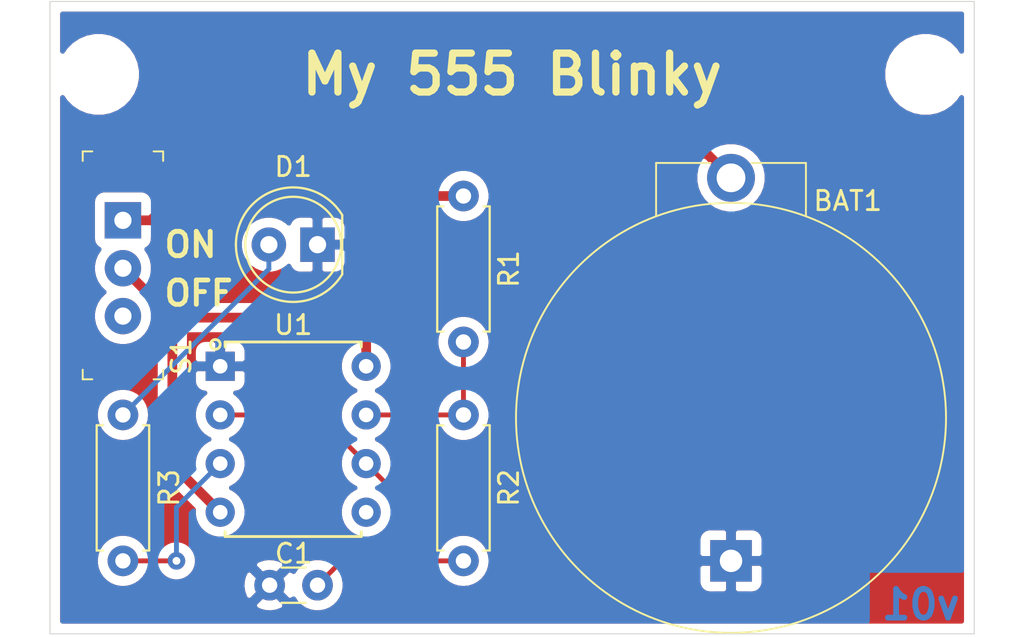
<source format=kicad_pcb>
(kicad_pcb (version 20171130) (host pcbnew "(5.1.0)-1")

  (general
    (thickness 1.6)
    (drawings 12)
    (tracks 29)
    (zones 0)
    (modules 10)
    (nets 10)
  )

  (page A4)
  (layers
    (0 F.Cu signal)
    (31 B.Cu signal)
    (32 B.Adhes user)
    (33 F.Adhes user)
    (34 B.Paste user)
    (35 F.Paste user)
    (36 B.SilkS user)
    (37 F.SilkS user)
    (38 B.Mask user)
    (39 F.Mask user)
    (40 Dwgs.User user)
    (41 Cmts.User user)
    (42 Eco1.User user)
    (43 Eco2.User user)
    (44 Edge.Cuts user)
    (45 Margin user)
    (46 B.CrtYd user)
    (47 F.CrtYd user)
    (48 B.Fab user)
    (49 F.Fab user)
  )

  (setup
    (last_trace_width 0.254)
    (user_trace_width 0.508)
    (trace_clearance 0.254)
    (zone_clearance 0.508)
    (zone_45_only no)
    (trace_min 0.1524)
    (via_size 0.9144)
    (via_drill 0.4064)
    (via_min_size 0.508)
    (via_min_drill 0.254)
    (uvia_size 0.9144)
    (uvia_drill 0.4064)
    (uvias_allowed no)
    (uvia_min_size 0.508)
    (uvia_min_drill 0.254)
    (edge_width 0.05)
    (segment_width 0.2)
    (pcb_text_width 0.3)
    (pcb_text_size 1.5 1.5)
    (mod_edge_width 0.12)
    (mod_text_size 1 1)
    (mod_text_width 0.15)
    (pad_size 1.524 1.524)
    (pad_drill 0.762)
    (pad_to_mask_clearance 0.051)
    (solder_mask_min_width 0.25)
    (aux_axis_origin 0 0)
    (visible_elements FFFFFF7F)
    (pcbplotparams
      (layerselection 0x010fc_ffffffff)
      (usegerberextensions false)
      (usegerberattributes false)
      (usegerberadvancedattributes false)
      (creategerberjobfile false)
      (excludeedgelayer true)
      (linewidth 0.100000)
      (plotframeref false)
      (viasonmask false)
      (mode 1)
      (useauxorigin false)
      (hpglpennumber 1)
      (hpglpenspeed 20)
      (hpglpendiameter 15.000000)
      (psnegative false)
      (psa4output false)
      (plotreference true)
      (plotvalue true)
      (plotinvisibletext false)
      (padsonsilk false)
      (subtractmaskfromsilk false)
      (outputformat 1)
      (mirror false)
      (drillshape 1)
      (scaleselection 1)
      (outputdirectory ""))
  )

  (net 0 "")
  (net 1 GND)
  (net 2 "Net-(BAT1-PadPos)")
  (net 3 "Net-(C1-Pad1)")
  (net 4 "Net-(D1-Pad2)")
  (net 5 VDD)
  (net 6 "Net-(R1-Pad2)")
  (net 7 "Net-(R3-Pad1)")
  (net 8 "Net-(S1-Pad3)")
  (net 9 "Net-(U1-Pad5)")

  (net_class Default "This is the default net class."
    (clearance 0.254)
    (trace_width 0.254)
    (via_dia 0.9144)
    (via_drill 0.4064)
    (uvia_dia 0.9144)
    (uvia_drill 0.4064)
    (add_net GND)
    (add_net "Net-(BAT1-PadPos)")
    (add_net "Net-(C1-Pad1)")
    (add_net "Net-(D1-Pad2)")
    (add_net "Net-(R1-Pad2)")
    (add_net "Net-(R3-Pad1)")
    (add_net "Net-(S1-Pad3)")
    (add_net "Net-(U1-Pad5)")
    (add_net VDD)
  )

  (module digikey-footprints:Battery_Holder_Coin_2032_BS-7 (layer F.Cu) (tedit 5ACD0859) (tstamp 5DE35DB2)
    (at 138.43 106.68 90)
    (descr http://www.memoryprotectiondevices.com/datasheets/BS-7-datasheet.pdf)
    (path /5DE331E1)
    (fp_text reference BAT1 (at 18.796 6.096 180) (layer F.SilkS)
      (effects (font (size 1 1) (thickness 0.15)))
    )
    (fp_text value BS-7 (at 7.4676 13.56 90) (layer F.Fab)
      (effects (font (size 1 1) (thickness 0.15)))
    )
    (fp_line (start -3.9624 11.43) (end 21.5138 11.43) (layer F.CrtYd) (width 0.05))
    (fp_line (start -3.9624 -11.43) (end 21.5138 -11.43) (layer F.CrtYd) (width 0.05))
    (fp_line (start 21.5138 -11.43) (end 21.5138 11.43) (layer F.CrtYd) (width 0.05))
    (fp_line (start -3.9624 -11.43) (end -3.9624 11.43) (layer F.CrtYd) (width 0.05))
    (fp_line (start 20.7772 3.9116) (end 20.7772 1.0668) (layer F.SilkS) (width 0.1))
    (fp_line (start 20.7772 -3.9116) (end 20.7772 -1.0668) (layer F.SilkS) (width 0.1))
    (fp_line (start 18.034 3.9116) (end 20.7772 3.9116) (layer F.SilkS) (width 0.1))
    (fp_line (start 18.034 -3.9116) (end 20.7772 -3.9116) (layer F.SilkS) (width 0.1))
    (fp_line (start 20.6756 -3.81) (end 20.6756 3.81) (layer F.Fab) (width 0.1))
    (fp_line (start 17.9832 3.81) (end 20.6756 3.81) (layer F.Fab) (width 0.1))
    (fp_line (start 17.9832 -3.81) (end 20.6756 -3.81) (layer F.Fab) (width 0.1))
    (fp_text user %R (at 7.4676 0 90) (layer F.Fab)
      (effects (font (size 1 1) (thickness 0.15)))
    )
    (fp_circle (center 7.4676 0) (end -3.7592 0) (layer F.SilkS) (width 0.1))
    (fp_circle (center 7.4676 0) (end -3.7084 0) (layer F.Fab) (width 0.1))
    (pad Neg thru_hole rect (at 0 0 90) (size 2.17 2.17) (drill 1.17) (layers *.Cu *.Mask)
      (net 1 GND))
    (pad Pos thru_hole circle (at 20 0 90) (size 2.5 2.5) (drill 1.5) (layers *.Cu *.Mask)
      (net 2 "Net-(BAT1-PadPos)"))
  )

  (module Capacitor_THT:C_Disc_D3.0mm_W1.6mm_P2.50mm (layer F.Cu) (tedit 5AE50EF0) (tstamp 5DE35342)
    (at 116.84 107.95 180)
    (descr "C, Disc series, Radial, pin pitch=2.50mm, , diameter*width=3.0*1.6mm^2, Capacitor, http://www.vishay.com/docs/45233/krseries.pdf")
    (tags "C Disc series Radial pin pitch 2.50mm  diameter 3.0mm width 1.6mm Capacitor")
    (path /5DE320CB)
    (fp_text reference C1 (at 1.25 1.651 180) (layer F.SilkS)
      (effects (font (size 1 1) (thickness 0.15)))
    )
    (fp_text value 1uF (at 1.25 2.05 180) (layer F.Fab)
      (effects (font (size 1 1) (thickness 0.15)))
    )
    (fp_line (start -0.25 -0.8) (end -0.25 0.8) (layer F.Fab) (width 0.1))
    (fp_line (start -0.25 0.8) (end 2.75 0.8) (layer F.Fab) (width 0.1))
    (fp_line (start 2.75 0.8) (end 2.75 -0.8) (layer F.Fab) (width 0.1))
    (fp_line (start 2.75 -0.8) (end -0.25 -0.8) (layer F.Fab) (width 0.1))
    (fp_line (start 0.621 -0.92) (end 1.879 -0.92) (layer F.SilkS) (width 0.12))
    (fp_line (start 0.621 0.92) (end 1.879 0.92) (layer F.SilkS) (width 0.12))
    (fp_line (start -1.05 -1.05) (end -1.05 1.05) (layer F.CrtYd) (width 0.05))
    (fp_line (start -1.05 1.05) (end 3.55 1.05) (layer F.CrtYd) (width 0.05))
    (fp_line (start 3.55 1.05) (end 3.55 -1.05) (layer F.CrtYd) (width 0.05))
    (fp_line (start 3.55 -1.05) (end -1.05 -1.05) (layer F.CrtYd) (width 0.05))
    (fp_text user %R (at 1.25 0 180) (layer F.Fab)
      (effects (font (size 0.6 0.6) (thickness 0.09)))
    )
    (pad 1 thru_hole circle (at 0 0 180) (size 1.6 1.6) (drill 0.8) (layers *.Cu *.Mask)
      (net 3 "Net-(C1-Pad1)"))
    (pad 2 thru_hole circle (at 2.5 0 180) (size 1.6 1.6) (drill 0.8) (layers *.Cu *.Mask)
      (net 1 GND))
    (model ${KISYS3DMOD}/Capacitor_THT.3dshapes/C_Disc_D3.0mm_W1.6mm_P2.50mm.wrl
      (at (xyz 0 0 0))
      (scale (xyz 1 1 1))
      (rotate (xyz 0 0 0))
    )
  )

  (module LED_THT:LED_D5.0mm (layer F.Cu) (tedit 5995936A) (tstamp 5DE349D9)
    (at 116.84 90.17 180)
    (descr "LED, diameter 5.0mm, 2 pins, http://cdn-reichelt.de/documents/datenblatt/A500/LL-504BC2E-009.pdf")
    (tags "LED diameter 5.0mm 2 pins")
    (path /5DE32698)
    (fp_text reference D1 (at 1.27 4.064 180) (layer F.SilkS)
      (effects (font (size 1 1) (thickness 0.15)))
    )
    (fp_text value LED (at 1.27 3.96 180) (layer F.Fab)
      (effects (font (size 1 1) (thickness 0.15)))
    )
    (fp_arc (start 1.27 0) (end -1.23 -1.469694) (angle 299.1) (layer F.Fab) (width 0.1))
    (fp_arc (start 1.27 0) (end -1.29 -1.54483) (angle 148.9) (layer F.SilkS) (width 0.12))
    (fp_arc (start 1.27 0) (end -1.29 1.54483) (angle -148.9) (layer F.SilkS) (width 0.12))
    (fp_circle (center 1.27 0) (end 3.77 0) (layer F.Fab) (width 0.1))
    (fp_circle (center 1.27 0) (end 3.77 0) (layer F.SilkS) (width 0.12))
    (fp_line (start -1.23 -1.469694) (end -1.23 1.469694) (layer F.Fab) (width 0.1))
    (fp_line (start -1.29 -1.545) (end -1.29 1.545) (layer F.SilkS) (width 0.12))
    (fp_line (start -1.95 -3.25) (end -1.95 3.25) (layer F.CrtYd) (width 0.05))
    (fp_line (start -1.95 3.25) (end 4.5 3.25) (layer F.CrtYd) (width 0.05))
    (fp_line (start 4.5 3.25) (end 4.5 -3.25) (layer F.CrtYd) (width 0.05))
    (fp_line (start 4.5 -3.25) (end -1.95 -3.25) (layer F.CrtYd) (width 0.05))
    (fp_text user %R (at 1.25 0 180) (layer F.Fab)
      (effects (font (size 0.8 0.8) (thickness 0.2)))
    )
    (pad 1 thru_hole rect (at 0 0 180) (size 1.8 1.8) (drill 0.9) (layers *.Cu *.Mask)
      (net 1 GND))
    (pad 2 thru_hole circle (at 2.54 0 180) (size 1.8 1.8) (drill 0.9) (layers *.Cu *.Mask)
      (net 4 "Net-(D1-Pad2)"))
    (model ${KISYS3DMOD}/LED_THT.3dshapes/LED_D5.0mm.wrl
      (at (xyz 0 0 0))
      (scale (xyz 1 1 1))
      (rotate (xyz 0 0 0))
    )
  )

  (module MountingHole:MountingHole_3.2mm_M3 (layer F.Cu) (tedit 56D1B4CB) (tstamp 5DE349E1)
    (at 148.59 81.28)
    (descr "Mounting Hole 3.2mm, no annular, M3")
    (tags "mounting hole 3.2mm no annular m3")
    (path /5DE4DAF1)
    (attr virtual)
    (fp_text reference H1 (at 0 -4.2) (layer F.SilkS) hide
      (effects (font (size 1 1) (thickness 0.15)))
    )
    (fp_text value MountingHole (at 0 4.2) (layer F.Fab)
      (effects (font (size 1 1) (thickness 0.15)))
    )
    (fp_circle (center 0 0) (end 3.45 0) (layer F.CrtYd) (width 0.05))
    (fp_circle (center 0 0) (end 3.2 0) (layer Cmts.User) (width 0.15))
    (fp_text user %R (at 0.3 0) (layer F.Fab)
      (effects (font (size 1 1) (thickness 0.15)))
    )
    (pad 1 np_thru_hole circle (at 0 0) (size 3.2 3.2) (drill 3.2) (layers *.Cu *.Mask))
  )

  (module MountingHole:MountingHole_3.2mm_M3 (layer F.Cu) (tedit 56D1B4CB) (tstamp 5DE349E9)
    (at 105.41 81.28)
    (descr "Mounting Hole 3.2mm, no annular, M3")
    (tags "mounting hole 3.2mm no annular m3")
    (path /5DE4BB77)
    (attr virtual)
    (fp_text reference H2 (at 0 -4.2) (layer F.SilkS) hide
      (effects (font (size 1 1) (thickness 0.15)))
    )
    (fp_text value MountingHole (at 0 4.2) (layer F.Fab)
      (effects (font (size 1 1) (thickness 0.15)))
    )
    (fp_text user %R (at 0.3 0) (layer F.Fab)
      (effects (font (size 1 1) (thickness 0.15)))
    )
    (fp_circle (center 0 0) (end 3.2 0) (layer Cmts.User) (width 0.15))
    (fp_circle (center 0 0) (end 3.45 0) (layer F.CrtYd) (width 0.05))
    (pad 1 np_thru_hole circle (at 0 0) (size 3.2 3.2) (drill 3.2) (layers *.Cu *.Mask))
  )

  (module Resistor_THT:R_Axial_DIN0207_L6.3mm_D2.5mm_P7.62mm_Horizontal (layer F.Cu) (tedit 5AE5139B) (tstamp 5DE34C6C)
    (at 124.46 87.63 270)
    (descr "Resistor, Axial_DIN0207 series, Axial, Horizontal, pin pitch=7.62mm, 0.25W = 1/4W, length*diameter=6.3*2.5mm^2, http://cdn-reichelt.de/documents/datenblatt/B400/1_4W%23YAG.pdf")
    (tags "Resistor Axial_DIN0207 series Axial Horizontal pin pitch 7.62mm 0.25W = 1/4W length 6.3mm diameter 2.5mm")
    (path /5DE300E7)
    (fp_text reference R1 (at 3.81 -2.37 270) (layer F.SilkS)
      (effects (font (size 1 1) (thickness 0.15)))
    )
    (fp_text value 68k (at 3.81 2.37 270) (layer F.Fab)
      (effects (font (size 1 1) (thickness 0.15)))
    )
    (fp_line (start 0.66 -1.25) (end 0.66 1.25) (layer F.Fab) (width 0.1))
    (fp_line (start 0.66 1.25) (end 6.96 1.25) (layer F.Fab) (width 0.1))
    (fp_line (start 6.96 1.25) (end 6.96 -1.25) (layer F.Fab) (width 0.1))
    (fp_line (start 6.96 -1.25) (end 0.66 -1.25) (layer F.Fab) (width 0.1))
    (fp_line (start 0 0) (end 0.66 0) (layer F.Fab) (width 0.1))
    (fp_line (start 7.62 0) (end 6.96 0) (layer F.Fab) (width 0.1))
    (fp_line (start 0.54 -1.04) (end 0.54 -1.37) (layer F.SilkS) (width 0.12))
    (fp_line (start 0.54 -1.37) (end 7.08 -1.37) (layer F.SilkS) (width 0.12))
    (fp_line (start 7.08 -1.37) (end 7.08 -1.04) (layer F.SilkS) (width 0.12))
    (fp_line (start 0.54 1.04) (end 0.54 1.37) (layer F.SilkS) (width 0.12))
    (fp_line (start 0.54 1.37) (end 7.08 1.37) (layer F.SilkS) (width 0.12))
    (fp_line (start 7.08 1.37) (end 7.08 1.04) (layer F.SilkS) (width 0.12))
    (fp_line (start -1.05 -1.5) (end -1.05 1.5) (layer F.CrtYd) (width 0.05))
    (fp_line (start -1.05 1.5) (end 8.67 1.5) (layer F.CrtYd) (width 0.05))
    (fp_line (start 8.67 1.5) (end 8.67 -1.5) (layer F.CrtYd) (width 0.05))
    (fp_line (start 8.67 -1.5) (end -1.05 -1.5) (layer F.CrtYd) (width 0.05))
    (fp_text user %R (at 3.81 0 270) (layer F.Fab)
      (effects (font (size 1 1) (thickness 0.15)))
    )
    (pad 1 thru_hole circle (at 0 0 270) (size 1.6 1.6) (drill 0.8) (layers *.Cu *.Mask)
      (net 5 VDD))
    (pad 2 thru_hole oval (at 7.62 0 270) (size 1.6 1.6) (drill 0.8) (layers *.Cu *.Mask)
      (net 6 "Net-(R1-Pad2)"))
    (model ${KISYS3DMOD}/Resistor_THT.3dshapes/R_Axial_DIN0207_L6.3mm_D2.5mm_P7.62mm_Horizontal.wrl
      (at (xyz 0 0 0))
      (scale (xyz 1 1 1))
      (rotate (xyz 0 0 0))
    )
  )

  (module Resistor_THT:R_Axial_DIN0207_L6.3mm_D2.5mm_P7.62mm_Horizontal (layer F.Cu) (tedit 5AE5139B) (tstamp 5DE34DA8)
    (at 124.46 99.06 270)
    (descr "Resistor, Axial_DIN0207 series, Axial, Horizontal, pin pitch=7.62mm, 0.25W = 1/4W, length*diameter=6.3*2.5mm^2, http://cdn-reichelt.de/documents/datenblatt/B400/1_4W%23YAG.pdf")
    (tags "Resistor Axial_DIN0207 series Axial Horizontal pin pitch 7.62mm 0.25W = 1/4W length 6.3mm diameter 2.5mm")
    (path /5DE30828)
    (fp_text reference R2 (at 3.81 -2.37 270) (layer F.SilkS)
      (effects (font (size 1 1) (thickness 0.15)))
    )
    (fp_text value 680k (at 3.81 2.37 270) (layer F.Fab)
      (effects (font (size 1 1) (thickness 0.15)))
    )
    (fp_text user %R (at 3.81 0 270) (layer F.Fab)
      (effects (font (size 1 1) (thickness 0.15)))
    )
    (fp_line (start 8.67 -1.5) (end -1.05 -1.5) (layer F.CrtYd) (width 0.05))
    (fp_line (start 8.67 1.5) (end 8.67 -1.5) (layer F.CrtYd) (width 0.05))
    (fp_line (start -1.05 1.5) (end 8.67 1.5) (layer F.CrtYd) (width 0.05))
    (fp_line (start -1.05 -1.5) (end -1.05 1.5) (layer F.CrtYd) (width 0.05))
    (fp_line (start 7.08 1.37) (end 7.08 1.04) (layer F.SilkS) (width 0.12))
    (fp_line (start 0.54 1.37) (end 7.08 1.37) (layer F.SilkS) (width 0.12))
    (fp_line (start 0.54 1.04) (end 0.54 1.37) (layer F.SilkS) (width 0.12))
    (fp_line (start 7.08 -1.37) (end 7.08 -1.04) (layer F.SilkS) (width 0.12))
    (fp_line (start 0.54 -1.37) (end 7.08 -1.37) (layer F.SilkS) (width 0.12))
    (fp_line (start 0.54 -1.04) (end 0.54 -1.37) (layer F.SilkS) (width 0.12))
    (fp_line (start 7.62 0) (end 6.96 0) (layer F.Fab) (width 0.1))
    (fp_line (start 0 0) (end 0.66 0) (layer F.Fab) (width 0.1))
    (fp_line (start 6.96 -1.25) (end 0.66 -1.25) (layer F.Fab) (width 0.1))
    (fp_line (start 6.96 1.25) (end 6.96 -1.25) (layer F.Fab) (width 0.1))
    (fp_line (start 0.66 1.25) (end 6.96 1.25) (layer F.Fab) (width 0.1))
    (fp_line (start 0.66 -1.25) (end 0.66 1.25) (layer F.Fab) (width 0.1))
    (pad 2 thru_hole oval (at 7.62 0 270) (size 1.6 1.6) (drill 0.8) (layers *.Cu *.Mask)
      (net 3 "Net-(C1-Pad1)"))
    (pad 1 thru_hole circle (at 0 0 270) (size 1.6 1.6) (drill 0.8) (layers *.Cu *.Mask)
      (net 6 "Net-(R1-Pad2)"))
    (model ${KISYS3DMOD}/Resistor_THT.3dshapes/R_Axial_DIN0207_L6.3mm_D2.5mm_P7.62mm_Horizontal.wrl
      (at (xyz 0 0 0))
      (scale (xyz 1 1 1))
      (rotate (xyz 0 0 0))
    )
  )

  (module Resistor_THT:R_Axial_DIN0207_L6.3mm_D2.5mm_P7.62mm_Horizontal (layer F.Cu) (tedit 5AE5139B) (tstamp 5DE34A2E)
    (at 106.68 106.68 90)
    (descr "Resistor, Axial_DIN0207 series, Axial, Horizontal, pin pitch=7.62mm, 0.25W = 1/4W, length*diameter=6.3*2.5mm^2, http://cdn-reichelt.de/documents/datenblatt/B400/1_4W%23YAG.pdf")
    (tags "Resistor Axial_DIN0207 series Axial Horizontal pin pitch 7.62mm 0.25W = 1/4W length 6.3mm diameter 2.5mm")
    (path /5DE30C17)
    (fp_text reference R3 (at 3.81 2.413 90) (layer F.SilkS)
      (effects (font (size 1 1) (thickness 0.15)))
    )
    (fp_text value 100 (at 3.81 2.37 90) (layer F.Fab)
      (effects (font (size 1 1) (thickness 0.15)))
    )
    (fp_line (start 0.66 -1.25) (end 0.66 1.25) (layer F.Fab) (width 0.1))
    (fp_line (start 0.66 1.25) (end 6.96 1.25) (layer F.Fab) (width 0.1))
    (fp_line (start 6.96 1.25) (end 6.96 -1.25) (layer F.Fab) (width 0.1))
    (fp_line (start 6.96 -1.25) (end 0.66 -1.25) (layer F.Fab) (width 0.1))
    (fp_line (start 0 0) (end 0.66 0) (layer F.Fab) (width 0.1))
    (fp_line (start 7.62 0) (end 6.96 0) (layer F.Fab) (width 0.1))
    (fp_line (start 0.54 -1.04) (end 0.54 -1.37) (layer F.SilkS) (width 0.12))
    (fp_line (start 0.54 -1.37) (end 7.08 -1.37) (layer F.SilkS) (width 0.12))
    (fp_line (start 7.08 -1.37) (end 7.08 -1.04) (layer F.SilkS) (width 0.12))
    (fp_line (start 0.54 1.04) (end 0.54 1.37) (layer F.SilkS) (width 0.12))
    (fp_line (start 0.54 1.37) (end 7.08 1.37) (layer F.SilkS) (width 0.12))
    (fp_line (start 7.08 1.37) (end 7.08 1.04) (layer F.SilkS) (width 0.12))
    (fp_line (start -1.05 -1.5) (end -1.05 1.5) (layer F.CrtYd) (width 0.05))
    (fp_line (start -1.05 1.5) (end 8.67 1.5) (layer F.CrtYd) (width 0.05))
    (fp_line (start 8.67 1.5) (end 8.67 -1.5) (layer F.CrtYd) (width 0.05))
    (fp_line (start 8.67 -1.5) (end -1.05 -1.5) (layer F.CrtYd) (width 0.05))
    (fp_text user %R (at 3.81 0 90) (layer F.Fab)
      (effects (font (size 1 1) (thickness 0.15)))
    )
    (pad 1 thru_hole circle (at 0 0 90) (size 1.6 1.6) (drill 0.8) (layers *.Cu *.Mask)
      (net 7 "Net-(R3-Pad1)"))
    (pad 2 thru_hole oval (at 7.62 0 90) (size 1.6 1.6) (drill 0.8) (layers *.Cu *.Mask)
      (net 4 "Net-(D1-Pad2)"))
    (model ${KISYS3DMOD}/Resistor_THT.3dshapes/R_Axial_DIN0207_L6.3mm_D2.5mm_P7.62mm_Horizontal.wrl
      (at (xyz 0 0 0))
      (scale (xyz 1 1 1))
      (rotate (xyz 0 0 0))
    )
  )

  (module digikey-footprints:Switch_Slide_11.6x4mm_EG1218 (layer F.Cu) (tedit 5A1EC915) (tstamp 5DE34A46)
    (at 106.68 88.9 270)
    (descr http://spec_sheets.e-switch.com/specs/P040040.pdf)
    (path /5DE338B8)
    (fp_text reference S1 (at 7.112 -3.048 270) (layer F.SilkS)
      (effects (font (size 1 1) (thickness 0.15)))
    )
    (fp_text value EG1218 (at 2.11 3.14 270) (layer F.Fab)
      (effects (font (size 1 1) (thickness 0.15)))
    )
    (fp_text user %R (at 2.5 0 270) (layer F.Fab)
      (effects (font (size 1 1) (thickness 0.15)))
    )
    (fp_line (start -3.67 2.25) (end -3.67 -2.25) (layer F.CrtYd) (width 0.05))
    (fp_line (start -3.67 2.25) (end 8.43 2.25) (layer F.CrtYd) (width 0.05))
    (fp_line (start 8.43 2.25) (end 8.43 -2.25) (layer F.CrtYd) (width 0.05))
    (fp_line (start -3.67 -2.25) (end 8.43 -2.25) (layer F.CrtYd) (width 0.05))
    (fp_line (start 8.3 2.1) (end 7.8 2.1) (layer F.SilkS) (width 0.1))
    (fp_line (start 8.3 2.1) (end 8.3 1.6) (layer F.SilkS) (width 0.1))
    (fp_line (start -3.6 2.1) (end -3.1 2.1) (layer F.SilkS) (width 0.1))
    (fp_line (start -3.6 2.1) (end -3.6 1.6) (layer F.SilkS) (width 0.1))
    (fp_line (start -3.6 -2.1) (end -3.1 -2.1) (layer F.SilkS) (width 0.1))
    (fp_line (start -3.6 -2.1) (end -3.6 -1.6) (layer F.SilkS) (width 0.1))
    (fp_line (start 8.3 -2.1) (end 8.3 -1.6) (layer F.SilkS) (width 0.1))
    (fp_line (start 8.3 -2.1) (end 7.8 -2.1) (layer F.SilkS) (width 0.1))
    (fp_line (start -3.42 2) (end 8.18 2) (layer F.Fab) (width 0.1))
    (fp_line (start 8.18 2) (end 8.18 -2) (layer F.Fab) (width 0.1))
    (fp_line (start -3.42 2) (end -3.42 -2) (layer F.Fab) (width 0.1))
    (fp_line (start -3.42 -2) (end 8.18 -2) (layer F.Fab) (width 0.1))
    (pad 1 thru_hole rect (at 0 0 270) (size 1.9 1.9) (drill 0.9) (layers *.Cu *.Mask)
      (net 2 "Net-(BAT1-PadPos)"))
    (pad 2 thru_hole circle (at 2.5 0 270) (size 1.9 1.9) (drill 0.9) (layers *.Cu *.Mask)
      (net 5 VDD))
    (pad 3 thru_hole circle (at 5 0 270) (size 1.9 1.9) (drill 0.9) (layers *.Cu *.Mask)
      (net 8 "Net-(S1-Pad3)"))
  )

  (module 555_pin_footprints:ICM7555_DIP (layer F.Cu) (tedit 5DE2F37E) (tstamp 5DE34A61)
    (at 115.57 100.33)
    (path /5DE2FAA5)
    (fp_text reference U1 (at 0 -5.969) (layer F.SilkS)
      (effects (font (size 1 1) (thickness 0.15)))
    )
    (fp_text value ICM7555 (at 0 6.096) (layer F.Fab)
      (effects (font (size 1 1) (thickness 0.15)))
    )
    (fp_line (start -3.556 -5.08) (end 3.556 -5.08) (layer F.Fab) (width 0.1016))
    (fp_line (start 3.556 -5.08) (end 3.556 5.08) (layer F.Fab) (width 0.1016))
    (fp_line (start -3.556 5.08) (end 3.556 5.08) (layer F.Fab) (width 0.1016))
    (fp_line (start -3.556 5.08) (end -3.556 -5.08) (layer F.Fab) (width 0.1016))
    (fp_line (start -4.826 -5.334) (end 4.826 -5.334) (layer F.CrtYd) (width 0.0508))
    (fp_line (start -4.826 5.334) (end 4.826 5.334) (layer F.CrtYd) (width 0.0508))
    (fp_line (start -4.826 -5.334) (end -4.826 5.334) (layer F.CrtYd) (width 0.0508))
    (fp_line (start 4.826 -5.334) (end 4.826 5.334) (layer F.CrtYd) (width 0.0508))
    (fp_line (start -3.556 -4.826) (end -3.556 -5.08) (layer F.SilkS) (width 0.15))
    (fp_line (start -3.556 -5.08) (end 3.556 -5.08) (layer F.SilkS) (width 0.15))
    (fp_line (start 3.556 -5.08) (end 3.556 -4.826) (layer F.SilkS) (width 0.15))
    (fp_line (start -3.556 4.826) (end -3.556 5.08) (layer F.SilkS) (width 0.15))
    (fp_line (start -3.556 5.08) (end 3.556 5.08) (layer F.SilkS) (width 0.15))
    (fp_line (start 3.556 5.08) (end 3.556 4.826) (layer F.SilkS) (width 0.15))
    (fp_circle (center -4.064 -4.953) (end -4.064 -4.699) (layer F.SilkS) (width 0.15))
    (pad 1 thru_hole rect (at -3.81 -3.81) (size 1.524 1.524) (drill 0.762) (layers *.Cu *.Mask)
      (net 1 GND))
    (pad 2 thru_hole circle (at -3.81 -1.27) (size 1.524 1.524) (drill 0.762) (layers *.Cu *.Mask)
      (net 3 "Net-(C1-Pad1)"))
    (pad 3 thru_hole circle (at -3.81 1.27) (size 1.524 1.524) (drill 0.762) (layers *.Cu *.Mask)
      (net 7 "Net-(R3-Pad1)"))
    (pad 4 thru_hole circle (at -3.81 3.81) (size 1.524 1.524) (drill 0.762) (layers *.Cu *.Mask)
      (net 5 VDD))
    (pad 8 thru_hole circle (at 3.81 -3.81) (size 1.524 1.524) (drill 0.762) (layers *.Cu *.Mask)
      (net 5 VDD))
    (pad 7 thru_hole circle (at 3.81 -1.27) (size 1.524 1.524) (drill 0.762) (layers *.Cu *.Mask)
      (net 6 "Net-(R1-Pad2)"))
    (pad 6 thru_hole circle (at 3.81 1.27) (size 1.524 1.524) (drill 0.762) (layers *.Cu *.Mask)
      (net 3 "Net-(C1-Pad1)"))
    (pad 5 thru_hole circle (at 3.81 3.81) (size 1.524 1.524) (drill 0.762) (layers *.Cu *.Mask)
      (net 9 "Net-(U1-Pad5)"))
  )

  (gr_text OFF (at 108.712 92.71) (layer F.SilkS) (tstamp 5DE35C86)
    (effects (font (size 1.27 1.27) (thickness 0.254)) (justify left))
  )
  (gr_text ON (at 108.712 90.17) (layer F.SilkS) (tstamp 5DE35C0D)
    (effects (font (size 1.27 1.27) (thickness 0.254)) (justify left))
  )
  (gr_text "My 555 Blinky" (at 127 81.28) (layer F.SilkS)
    (effects (font (size 2.032 2.032) (thickness 0.381)))
  )
  (gr_text v01 (at 148.336 108.966) (layer B.Cu)
    (effects (font (size 1.5 1.5) (thickness 0.3)) (justify mirror))
  )
  (gr_line (start 102.87 110.49) (end 102.87 77.47) (layer Edge.Cuts) (width 0.05) (tstamp 5DE35748))
  (gr_line (start 151.13 110.49) (end 102.87 110.49) (layer Edge.Cuts) (width 0.05))
  (gr_line (start 151.13 77.47) (end 151.13 110.49) (layer Edge.Cuts) (width 0.05))
  (gr_line (start 102.87 77.47) (end 151.13 77.47) (layer Edge.Cuts) (width 0.05))
  (gr_line (start 144.78 77.47) (end 109.22 77.47) (layer Dwgs.User) (width 0.15) (tstamp 5DE35502))
  (gr_line (start 144.78 85.09) (end 144.78 77.47) (layer Dwgs.User) (width 0.15))
  (gr_line (start 109.22 85.09) (end 144.78 85.09) (layer Dwgs.User) (width 0.15))
  (gr_line (start 109.22 77.47) (end 109.22 85.09) (layer Dwgs.User) (width 0.15))

  (segment (start 106.68 88.9) (end 108.138 88.9) (width 0.508) (layer F.Cu) (net 2))
  (segment (start 108.138 88.9) (end 111.607999 85.430001) (width 0.508) (layer F.Cu) (net 2))
  (segment (start 137.180001 85.430001) (end 138.43 86.68) (width 0.508) (layer F.Cu) (net 2))
  (segment (start 111.607999 85.430001) (end 137.180001 85.430001) (width 0.508) (layer F.Cu) (net 2))
  (segment (start 119.38 101.6) (end 121.158 103.378) (width 0.254) (layer F.Cu) (net 3))
  (segment (start 118.11 106.68) (end 116.84 107.95) (width 0.254) (layer F.Cu) (net 3))
  (segment (start 121.158 103.378) (end 121.158 106.68) (width 0.254) (layer F.Cu) (net 3))
  (segment (start 124.46 106.68) (end 121.158 106.68) (width 0.254) (layer F.Cu) (net 3))
  (segment (start 121.158 106.68) (end 118.11 106.68) (width 0.254) (layer F.Cu) (net 3))
  (segment (start 116.84 99.06) (end 119.38 101.6) (width 0.254) (layer F.Cu) (net 3))
  (segment (start 111.76 99.06) (end 116.84 99.06) (width 0.254) (layer F.Cu) (net 3))
  (segment (start 114.3 91.44) (end 114.3 90.17) (width 0.254) (layer B.Cu) (net 4))
  (segment (start 106.68 99.06) (end 114.3 91.44) (width 0.254) (layer B.Cu) (net 4))
  (segment (start 106.68 91.4) (end 109.26 93.98) (width 0.508) (layer F.Cu) (net 5))
  (segment (start 109.26 101.64) (end 109.26 93.98) (width 0.508) (layer F.Cu) (net 5))
  (segment (start 111.76 104.14) (end 109.26 101.64) (width 0.508) (layer F.Cu) (net 5))
  (segment (start 122.174 87.63) (end 124.46 87.63) (width 0.508) (layer F.Cu) (net 5))
  (segment (start 120.904 88.9) (end 122.174 87.63) (width 0.508) (layer F.Cu) (net 5))
  (segment (start 120.904 92.456) (end 120.904 88.9) (width 0.508) (layer F.Cu) (net 5))
  (segment (start 109.26 93.98) (end 119.38 93.98) (width 0.508) (layer F.Cu) (net 5))
  (segment (start 119.38 93.98) (end 120.904 92.456) (width 0.508) (layer F.Cu) (net 5))
  (segment (start 119.38 96.52) (end 119.38 93.98) (width 0.508) (layer F.Cu) (net 5))
  (segment (start 124.46 96.38137) (end 124.46 99.06) (width 0.254) (layer F.Cu) (net 6))
  (segment (start 124.46 95.25) (end 124.46 96.38137) (width 0.254) (layer F.Cu) (net 6))
  (segment (start 119.38 99.06) (end 124.46 99.06) (width 0.254) (layer F.Cu) (net 6))
  (via (at 109.474 106.68) (size 0.9144) (drill 0.4064) (layers F.Cu B.Cu) (net 7))
  (segment (start 106.68 106.68) (end 109.474 106.68) (width 0.254) (layer F.Cu) (net 7))
  (segment (start 109.474 103.886) (end 111.76 101.6) (width 0.254) (layer B.Cu) (net 7))
  (segment (start 109.474 106.68) (end 109.474 103.886) (width 0.254) (layer B.Cu) (net 7))

  (zone (net 1) (net_name GND) (layer B.Cu) (tstamp 5DE35791) (hatch edge 0.508)
    (connect_pads (clearance 0.508))
    (min_thickness 0.254)
    (fill yes (arc_segments 32) (thermal_gap 0.508) (thermal_bridge_width 0.508))
    (polygon
      (pts
        (xy 102.87 77.47) (xy 151.13 77.47) (xy 151.13 110.49) (xy 102.87 110.49)
      )
    )
    (filled_polygon
      (pts
        (xy 150.47 80.070726) (xy 150.326038 79.855271) (xy 150.014729 79.543962) (xy 149.648669 79.299369) (xy 149.241925 79.13089)
        (xy 148.810128 79.045) (xy 148.369872 79.045) (xy 147.938075 79.13089) (xy 147.531331 79.299369) (xy 147.165271 79.543962)
        (xy 146.853962 79.855271) (xy 146.609369 80.221331) (xy 146.44089 80.628075) (xy 146.355 81.059872) (xy 146.355 81.500128)
        (xy 146.44089 81.931925) (xy 146.609369 82.338669) (xy 146.853962 82.704729) (xy 147.165271 83.016038) (xy 147.531331 83.260631)
        (xy 147.938075 83.42911) (xy 148.369872 83.515) (xy 148.810128 83.515) (xy 149.241925 83.42911) (xy 149.648669 83.260631)
        (xy 150.014729 83.016038) (xy 150.326038 82.704729) (xy 150.47 82.489274) (xy 150.470001 107.176) (xy 145.551 107.176)
        (xy 145.551 109.83) (xy 103.53 109.83) (xy 103.53 108.942702) (xy 113.526903 108.942702) (xy 113.598486 109.186671)
        (xy 113.853996 109.307571) (xy 114.128184 109.3763) (xy 114.410512 109.390217) (xy 114.69013 109.348787) (xy 114.956292 109.253603)
        (xy 115.081514 109.186671) (xy 115.153097 108.942702) (xy 114.34 108.129605) (xy 113.526903 108.942702) (xy 103.53 108.942702)
        (xy 103.53 106.538665) (xy 105.245 106.538665) (xy 105.245 106.821335) (xy 105.300147 107.098574) (xy 105.40832 107.359727)
        (xy 105.565363 107.594759) (xy 105.765241 107.794637) (xy 106.000273 107.95168) (xy 106.261426 108.059853) (xy 106.538665 108.115)
        (xy 106.821335 108.115) (xy 107.098574 108.059853) (xy 107.193551 108.020512) (xy 112.899783 108.020512) (xy 112.941213 108.30013)
        (xy 113.036397 108.566292) (xy 113.103329 108.691514) (xy 113.347298 108.763097) (xy 114.160395 107.95) (xy 114.519605 107.95)
        (xy 115.332702 108.763097) (xy 115.576671 108.691514) (xy 115.590324 108.662659) (xy 115.725363 108.864759) (xy 115.925241 109.064637)
        (xy 116.160273 109.22168) (xy 116.421426 109.329853) (xy 116.698665 109.385) (xy 116.981335 109.385) (xy 117.258574 109.329853)
        (xy 117.519727 109.22168) (xy 117.754759 109.064637) (xy 117.954637 108.864759) (xy 118.11168 108.629727) (xy 118.219853 108.368574)
        (xy 118.275 108.091335) (xy 118.275 107.808665) (xy 118.219853 107.531426) (xy 118.11168 107.270273) (xy 117.954637 107.035241)
        (xy 117.754759 106.835363) (xy 117.522242 106.68) (xy 123.018057 106.68) (xy 123.045764 106.961309) (xy 123.127818 107.231808)
        (xy 123.261068 107.481101) (xy 123.440392 107.699608) (xy 123.658899 107.878932) (xy 123.908192 108.012182) (xy 124.178691 108.094236)
        (xy 124.389508 108.115) (xy 124.530492 108.115) (xy 124.741309 108.094236) (xy 125.011808 108.012182) (xy 125.261101 107.878932)
        (xy 125.399927 107.765) (xy 136.706928 107.765) (xy 136.719188 107.889482) (xy 136.755498 108.00918) (xy 136.814463 108.119494)
        (xy 136.893815 108.216185) (xy 136.990506 108.295537) (xy 137.10082 108.354502) (xy 137.220518 108.390812) (xy 137.345 108.403072)
        (xy 138.14425 108.4) (xy 138.303 108.24125) (xy 138.303 106.807) (xy 138.557 106.807) (xy 138.557 108.24125)
        (xy 138.71575 108.4) (xy 139.515 108.403072) (xy 139.639482 108.390812) (xy 139.75918 108.354502) (xy 139.869494 108.295537)
        (xy 139.966185 108.216185) (xy 140.045537 108.119494) (xy 140.104502 108.00918) (xy 140.140812 107.889482) (xy 140.153072 107.765)
        (xy 140.15 106.96575) (xy 139.99125 106.807) (xy 138.557 106.807) (xy 138.303 106.807) (xy 136.86875 106.807)
        (xy 136.71 106.96575) (xy 136.706928 107.765) (xy 125.399927 107.765) (xy 125.479608 107.699608) (xy 125.658932 107.481101)
        (xy 125.792182 107.231808) (xy 125.874236 106.961309) (xy 125.901943 106.68) (xy 125.874236 106.398691) (xy 125.792182 106.128192)
        (xy 125.658932 105.878899) (xy 125.479608 105.660392) (xy 125.399928 105.595) (xy 136.706928 105.595) (xy 136.71 106.39425)
        (xy 136.86875 106.553) (xy 138.303 106.553) (xy 138.303 105.11875) (xy 138.557 105.11875) (xy 138.557 106.553)
        (xy 139.99125 106.553) (xy 140.15 106.39425) (xy 140.153072 105.595) (xy 140.140812 105.470518) (xy 140.104502 105.35082)
        (xy 140.045537 105.240506) (xy 139.966185 105.143815) (xy 139.869494 105.064463) (xy 139.75918 105.005498) (xy 139.639482 104.969188)
        (xy 139.515 104.956928) (xy 138.71575 104.96) (xy 138.557 105.11875) (xy 138.303 105.11875) (xy 138.14425 104.96)
        (xy 137.345 104.956928) (xy 137.220518 104.969188) (xy 137.10082 105.005498) (xy 136.990506 105.064463) (xy 136.893815 105.143815)
        (xy 136.814463 105.240506) (xy 136.755498 105.35082) (xy 136.719188 105.470518) (xy 136.706928 105.595) (xy 125.399928 105.595)
        (xy 125.261101 105.481068) (xy 125.011808 105.347818) (xy 124.741309 105.265764) (xy 124.530492 105.245) (xy 124.389508 105.245)
        (xy 124.178691 105.265764) (xy 123.908192 105.347818) (xy 123.658899 105.481068) (xy 123.440392 105.660392) (xy 123.261068 105.878899)
        (xy 123.127818 106.128192) (xy 123.045764 106.398691) (xy 123.018057 106.68) (xy 117.522242 106.68) (xy 117.519727 106.67832)
        (xy 117.258574 106.570147) (xy 116.981335 106.515) (xy 116.698665 106.515) (xy 116.421426 106.570147) (xy 116.160273 106.67832)
        (xy 115.925241 106.835363) (xy 115.725363 107.035241) (xy 115.591308 107.235869) (xy 115.576671 107.208486) (xy 115.332702 107.136903)
        (xy 114.519605 107.95) (xy 114.160395 107.95) (xy 113.347298 107.136903) (xy 113.103329 107.208486) (xy 112.982429 107.463996)
        (xy 112.9137 107.738184) (xy 112.899783 108.020512) (xy 107.193551 108.020512) (xy 107.359727 107.95168) (xy 107.594759 107.794637)
        (xy 107.794637 107.594759) (xy 107.95168 107.359727) (xy 108.059853 107.098574) (xy 108.115 106.821335) (xy 108.115 106.572428)
        (xy 108.3818 106.572428) (xy 108.3818 106.787572) (xy 108.423772 106.998583) (xy 108.506105 107.197351) (xy 108.625633 107.376237)
        (xy 108.777763 107.528367) (xy 108.956649 107.647895) (xy 109.155417 107.730228) (xy 109.366428 107.7722) (xy 109.581572 107.7722)
        (xy 109.792583 107.730228) (xy 109.991351 107.647895) (xy 110.170237 107.528367) (xy 110.322367 107.376237) (xy 110.441895 107.197351)
        (xy 110.524228 106.998583) (xy 110.532439 106.957298) (xy 113.526903 106.957298) (xy 114.34 107.770395) (xy 115.153097 106.957298)
        (xy 115.081514 106.713329) (xy 114.826004 106.592429) (xy 114.551816 106.5237) (xy 114.269488 106.509783) (xy 113.98987 106.551213)
        (xy 113.723708 106.646397) (xy 113.598486 106.713329) (xy 113.526903 106.957298) (xy 110.532439 106.957298) (xy 110.5662 106.787572)
        (xy 110.5662 106.572428) (xy 110.524228 106.361417) (xy 110.441895 106.162649) (xy 110.322367 105.983763) (xy 110.236 105.897396)
        (xy 110.236 104.20163) (xy 110.363 104.07463) (xy 110.363 104.277592) (xy 110.416686 104.54749) (xy 110.521995 104.801727)
        (xy 110.67488 105.030535) (xy 110.869465 105.22512) (xy 111.098273 105.378005) (xy 111.35251 105.483314) (xy 111.622408 105.537)
        (xy 111.897592 105.537) (xy 112.16749 105.483314) (xy 112.421727 105.378005) (xy 112.650535 105.22512) (xy 112.84512 105.030535)
        (xy 112.998005 104.801727) (xy 113.103314 104.54749) (xy 113.157 104.277592) (xy 113.157 104.002408) (xy 113.103314 103.73251)
        (xy 112.998005 103.478273) (xy 112.84512 103.249465) (xy 112.650535 103.05488) (xy 112.421727 102.901995) (xy 112.344485 102.87)
        (xy 112.421727 102.838005) (xy 112.650535 102.68512) (xy 112.84512 102.490535) (xy 112.998005 102.261727) (xy 113.103314 102.00749)
        (xy 113.157 101.737592) (xy 113.157 101.462408) (xy 113.103314 101.19251) (xy 112.998005 100.938273) (xy 112.84512 100.709465)
        (xy 112.650535 100.51488) (xy 112.421727 100.361995) (xy 112.344485 100.33) (xy 112.421727 100.298005) (xy 112.650535 100.14512)
        (xy 112.84512 99.950535) (xy 112.998005 99.721727) (xy 113.103314 99.46749) (xy 113.157 99.197592) (xy 113.157 98.922408)
        (xy 113.103314 98.65251) (xy 112.998005 98.398273) (xy 112.84512 98.169465) (xy 112.650535 97.97488) (xy 112.562535 97.91608)
        (xy 112.646482 97.907812) (xy 112.76618 97.871502) (xy 112.876494 97.812537) (xy 112.973185 97.733185) (xy 113.052537 97.636494)
        (xy 113.111502 97.52618) (xy 113.147812 97.406482) (xy 113.160072 97.282) (xy 113.157 96.80575) (xy 112.99825 96.647)
        (xy 111.887 96.647) (xy 111.887 96.667) (xy 111.633 96.667) (xy 111.633 96.647) (xy 110.52175 96.647)
        (xy 110.363 96.80575) (xy 110.359928 97.282) (xy 110.372188 97.406482) (xy 110.408498 97.52618) (xy 110.467463 97.636494)
        (xy 110.546815 97.733185) (xy 110.643506 97.812537) (xy 110.75382 97.871502) (xy 110.873518 97.907812) (xy 110.957465 97.91608)
        (xy 110.869465 97.97488) (xy 110.67488 98.169465) (xy 110.521995 98.398273) (xy 110.416686 98.65251) (xy 110.363 98.922408)
        (xy 110.363 99.197592) (xy 110.416686 99.46749) (xy 110.521995 99.721727) (xy 110.67488 99.950535) (xy 110.869465 100.14512)
        (xy 111.098273 100.298005) (xy 111.175515 100.33) (xy 111.098273 100.361995) (xy 110.869465 100.51488) (xy 110.67488 100.709465)
        (xy 110.521995 100.938273) (xy 110.416686 101.19251) (xy 110.363 101.462408) (xy 110.363 101.737592) (xy 110.393159 101.889211)
        (xy 108.961649 103.320721) (xy 108.932579 103.344578) (xy 108.908722 103.373648) (xy 108.908721 103.373649) (xy 108.837355 103.460608)
        (xy 108.766599 103.592985) (xy 108.723027 103.736622) (xy 108.708314 103.886) (xy 108.712001 103.923433) (xy 108.712 105.897396)
        (xy 108.625633 105.983763) (xy 108.506105 106.162649) (xy 108.423772 106.361417) (xy 108.3818 106.572428) (xy 108.115 106.572428)
        (xy 108.115 106.538665) (xy 108.059853 106.261426) (xy 107.95168 106.000273) (xy 107.794637 105.765241) (xy 107.594759 105.565363)
        (xy 107.359727 105.40832) (xy 107.098574 105.300147) (xy 106.821335 105.245) (xy 106.538665 105.245) (xy 106.261426 105.300147)
        (xy 106.000273 105.40832) (xy 105.765241 105.565363) (xy 105.565363 105.765241) (xy 105.40832 106.000273) (xy 105.300147 106.261426)
        (xy 105.245 106.538665) (xy 103.53 106.538665) (xy 103.53 99.06) (xy 105.238057 99.06) (xy 105.265764 99.341309)
        (xy 105.347818 99.611808) (xy 105.481068 99.861101) (xy 105.660392 100.079608) (xy 105.878899 100.258932) (xy 106.128192 100.392182)
        (xy 106.398691 100.474236) (xy 106.609508 100.495) (xy 106.750492 100.495) (xy 106.961309 100.474236) (xy 107.231808 100.392182)
        (xy 107.481101 100.258932) (xy 107.699608 100.079608) (xy 107.878932 99.861101) (xy 108.012182 99.611808) (xy 108.094236 99.341309)
        (xy 108.121943 99.06) (xy 108.094236 98.778691) (xy 108.081366 98.736264) (xy 110.47319 96.34444) (xy 110.52175 96.393)
        (xy 111.633 96.393) (xy 111.633 95.28175) (xy 111.887 95.28175) (xy 111.887 96.393) (xy 112.99825 96.393)
        (xy 113.008842 96.382408) (xy 117.983 96.382408) (xy 117.983 96.657592) (xy 118.036686 96.92749) (xy 118.141995 97.181727)
        (xy 118.29488 97.410535) (xy 118.489465 97.60512) (xy 118.718273 97.758005) (xy 118.795515 97.79) (xy 118.718273 97.821995)
        (xy 118.489465 97.97488) (xy 118.29488 98.169465) (xy 118.141995 98.398273) (xy 118.036686 98.65251) (xy 117.983 98.922408)
        (xy 117.983 99.197592) (xy 118.036686 99.46749) (xy 118.141995 99.721727) (xy 118.29488 99.950535) (xy 118.489465 100.14512)
        (xy 118.718273 100.298005) (xy 118.795515 100.33) (xy 118.718273 100.361995) (xy 118.489465 100.51488) (xy 118.29488 100.709465)
        (xy 118.141995 100.938273) (xy 118.036686 101.19251) (xy 117.983 101.462408) (xy 117.983 101.737592) (xy 118.036686 102.00749)
        (xy 118.141995 102.261727) (xy 118.29488 102.490535) (xy 118.489465 102.68512) (xy 118.718273 102.838005) (xy 118.795515 102.87)
        (xy 118.718273 102.901995) (xy 118.489465 103.05488) (xy 118.29488 103.249465) (xy 118.141995 103.478273) (xy 118.036686 103.73251)
        (xy 117.983 104.002408) (xy 117.983 104.277592) (xy 118.036686 104.54749) (xy 118.141995 104.801727) (xy 118.29488 105.030535)
        (xy 118.489465 105.22512) (xy 118.718273 105.378005) (xy 118.97251 105.483314) (xy 119.242408 105.537) (xy 119.517592 105.537)
        (xy 119.78749 105.483314) (xy 120.041727 105.378005) (xy 120.270535 105.22512) (xy 120.46512 105.030535) (xy 120.618005 104.801727)
        (xy 120.723314 104.54749) (xy 120.777 104.277592) (xy 120.777 104.002408) (xy 120.723314 103.73251) (xy 120.618005 103.478273)
        (xy 120.46512 103.249465) (xy 120.270535 103.05488) (xy 120.041727 102.901995) (xy 119.964485 102.87) (xy 120.041727 102.838005)
        (xy 120.270535 102.68512) (xy 120.46512 102.490535) (xy 120.618005 102.261727) (xy 120.723314 102.00749) (xy 120.777 101.737592)
        (xy 120.777 101.462408) (xy 120.723314 101.19251) (xy 120.618005 100.938273) (xy 120.46512 100.709465) (xy 120.270535 100.51488)
        (xy 120.041727 100.361995) (xy 119.964485 100.33) (xy 120.041727 100.298005) (xy 120.270535 100.14512) (xy 120.46512 99.950535)
        (xy 120.618005 99.721727) (xy 120.723314 99.46749) (xy 120.777 99.197592) (xy 120.777 98.922408) (xy 120.776256 98.918665)
        (xy 123.025 98.918665) (xy 123.025 99.201335) (xy 123.080147 99.478574) (xy 123.18832 99.739727) (xy 123.345363 99.974759)
        (xy 123.545241 100.174637) (xy 123.780273 100.33168) (xy 124.041426 100.439853) (xy 124.318665 100.495) (xy 124.601335 100.495)
        (xy 124.878574 100.439853) (xy 125.139727 100.33168) (xy 125.374759 100.174637) (xy 125.574637 99.974759) (xy 125.73168 99.739727)
        (xy 125.839853 99.478574) (xy 125.895 99.201335) (xy 125.895 98.918665) (xy 125.839853 98.641426) (xy 125.73168 98.380273)
        (xy 125.574637 98.145241) (xy 125.374759 97.945363) (xy 125.139727 97.78832) (xy 124.878574 97.680147) (xy 124.601335 97.625)
        (xy 124.318665 97.625) (xy 124.041426 97.680147) (xy 123.780273 97.78832) (xy 123.545241 97.945363) (xy 123.345363 98.145241)
        (xy 123.18832 98.380273) (xy 123.080147 98.641426) (xy 123.025 98.918665) (xy 120.776256 98.918665) (xy 120.723314 98.65251)
        (xy 120.618005 98.398273) (xy 120.46512 98.169465) (xy 120.270535 97.97488) (xy 120.041727 97.821995) (xy 119.964485 97.79)
        (xy 120.041727 97.758005) (xy 120.270535 97.60512) (xy 120.46512 97.410535) (xy 120.618005 97.181727) (xy 120.723314 96.92749)
        (xy 120.777 96.657592) (xy 120.777 96.382408) (xy 120.723314 96.11251) (xy 120.618005 95.858273) (xy 120.46512 95.629465)
        (xy 120.270535 95.43488) (xy 120.041727 95.281995) (xy 119.964485 95.25) (xy 123.018057 95.25) (xy 123.045764 95.531309)
        (xy 123.127818 95.801808) (xy 123.261068 96.051101) (xy 123.440392 96.269608) (xy 123.658899 96.448932) (xy 123.908192 96.582182)
        (xy 124.178691 96.664236) (xy 124.389508 96.685) (xy 124.530492 96.685) (xy 124.741309 96.664236) (xy 125.011808 96.582182)
        (xy 125.261101 96.448932) (xy 125.479608 96.269608) (xy 125.658932 96.051101) (xy 125.792182 95.801808) (xy 125.874236 95.531309)
        (xy 125.901943 95.25) (xy 125.874236 94.968691) (xy 125.792182 94.698192) (xy 125.658932 94.448899) (xy 125.479608 94.230392)
        (xy 125.261101 94.051068) (xy 125.011808 93.917818) (xy 124.741309 93.835764) (xy 124.530492 93.815) (xy 124.389508 93.815)
        (xy 124.178691 93.835764) (xy 123.908192 93.917818) (xy 123.658899 94.051068) (xy 123.440392 94.230392) (xy 123.261068 94.448899)
        (xy 123.127818 94.698192) (xy 123.045764 94.968691) (xy 123.018057 95.25) (xy 119.964485 95.25) (xy 119.78749 95.176686)
        (xy 119.517592 95.123) (xy 119.242408 95.123) (xy 118.97251 95.176686) (xy 118.718273 95.281995) (xy 118.489465 95.43488)
        (xy 118.29488 95.629465) (xy 118.141995 95.858273) (xy 118.036686 96.11251) (xy 117.983 96.382408) (xy 113.008842 96.382408)
        (xy 113.157 96.23425) (xy 113.160072 95.758) (xy 113.147812 95.633518) (xy 113.111502 95.51382) (xy 113.052537 95.403506)
        (xy 112.973185 95.306815) (xy 112.876494 95.227463) (xy 112.76618 95.168498) (xy 112.646482 95.132188) (xy 112.522 95.119928)
        (xy 112.04575 95.123) (xy 111.887 95.28175) (xy 111.633 95.28175) (xy 111.58444 95.23319) (xy 114.812353 92.005278)
        (xy 114.841422 91.981422) (xy 114.936645 91.865392) (xy 115.007402 91.733015) (xy 115.050974 91.589378) (xy 115.058885 91.509058)
        (xy 115.278505 91.362312) (xy 115.344944 91.295873) (xy 115.350498 91.31418) (xy 115.409463 91.424494) (xy 115.488815 91.521185)
        (xy 115.585506 91.600537) (xy 115.69582 91.659502) (xy 115.815518 91.695812) (xy 115.94 91.708072) (xy 116.55425 91.705)
        (xy 116.713 91.54625) (xy 116.713 90.297) (xy 116.967 90.297) (xy 116.967 91.54625) (xy 117.12575 91.705)
        (xy 117.74 91.708072) (xy 117.864482 91.695812) (xy 117.98418 91.659502) (xy 118.094494 91.600537) (xy 118.191185 91.521185)
        (xy 118.270537 91.424494) (xy 118.329502 91.31418) (xy 118.365812 91.194482) (xy 118.378072 91.07) (xy 118.375 90.45575)
        (xy 118.21625 90.297) (xy 116.967 90.297) (xy 116.713 90.297) (xy 116.693 90.297) (xy 116.693 90.043)
        (xy 116.713 90.043) (xy 116.713 88.79375) (xy 116.967 88.79375) (xy 116.967 90.043) (xy 118.21625 90.043)
        (xy 118.375 89.88425) (xy 118.378072 89.27) (xy 118.365812 89.145518) (xy 118.329502 89.02582) (xy 118.270537 88.915506)
        (xy 118.191185 88.818815) (xy 118.094494 88.739463) (xy 117.98418 88.680498) (xy 117.864482 88.644188) (xy 117.74 88.631928)
        (xy 117.12575 88.635) (xy 116.967 88.79375) (xy 116.713 88.79375) (xy 116.55425 88.635) (xy 115.94 88.631928)
        (xy 115.815518 88.644188) (xy 115.69582 88.680498) (xy 115.585506 88.739463) (xy 115.488815 88.818815) (xy 115.409463 88.915506)
        (xy 115.350498 89.02582) (xy 115.344944 89.044127) (xy 115.278505 88.977688) (xy 115.027095 88.809701) (xy 114.747743 88.693989)
        (xy 114.451184 88.635) (xy 114.148816 88.635) (xy 113.852257 88.693989) (xy 113.572905 88.809701) (xy 113.321495 88.977688)
        (xy 113.107688 89.191495) (xy 112.939701 89.442905) (xy 112.823989 89.722257) (xy 112.765 90.018816) (xy 112.765 90.321184)
        (xy 112.823989 90.617743) (xy 112.939701 90.897095) (xy 113.107688 91.148505) (xy 113.310776 91.351593) (xy 107.003736 97.658634)
        (xy 106.961309 97.645764) (xy 106.750492 97.625) (xy 106.609508 97.625) (xy 106.398691 97.645764) (xy 106.128192 97.727818)
        (xy 105.878899 97.861068) (xy 105.660392 98.040392) (xy 105.481068 98.258899) (xy 105.347818 98.508192) (xy 105.265764 98.778691)
        (xy 105.238057 99.06) (xy 103.53 99.06) (xy 103.53 87.95) (xy 105.091928 87.95) (xy 105.091928 89.85)
        (xy 105.104188 89.974482) (xy 105.140498 90.09418) (xy 105.199463 90.204494) (xy 105.278815 90.301185) (xy 105.375506 90.380537)
        (xy 105.434021 90.411814) (xy 105.275391 90.649221) (xy 105.155911 90.937673) (xy 105.095 91.243891) (xy 105.095 91.556109)
        (xy 105.155911 91.862327) (xy 105.275391 92.150779) (xy 105.44885 92.410379) (xy 105.669621 92.63115) (xy 105.697832 92.65)
        (xy 105.669621 92.66885) (xy 105.44885 92.889621) (xy 105.275391 93.149221) (xy 105.155911 93.437673) (xy 105.095 93.743891)
        (xy 105.095 94.056109) (xy 105.155911 94.362327) (xy 105.275391 94.650779) (xy 105.44885 94.910379) (xy 105.669621 95.13115)
        (xy 105.929221 95.304609) (xy 106.217673 95.424089) (xy 106.523891 95.485) (xy 106.836109 95.485) (xy 107.142327 95.424089)
        (xy 107.430779 95.304609) (xy 107.690379 95.13115) (xy 107.91115 94.910379) (xy 108.084609 94.650779) (xy 108.204089 94.362327)
        (xy 108.265 94.056109) (xy 108.265 93.743891) (xy 108.204089 93.437673) (xy 108.084609 93.149221) (xy 107.91115 92.889621)
        (xy 107.690379 92.66885) (xy 107.662168 92.65) (xy 107.690379 92.63115) (xy 107.91115 92.410379) (xy 108.084609 92.150779)
        (xy 108.204089 91.862327) (xy 108.265 91.556109) (xy 108.265 91.243891) (xy 108.204089 90.937673) (xy 108.084609 90.649221)
        (xy 107.925979 90.411814) (xy 107.984494 90.380537) (xy 108.081185 90.301185) (xy 108.160537 90.204494) (xy 108.219502 90.09418)
        (xy 108.255812 89.974482) (xy 108.268072 89.85) (xy 108.268072 87.95) (xy 108.255812 87.825518) (xy 108.219502 87.70582)
        (xy 108.160537 87.595506) (xy 108.081185 87.498815) (xy 108.068818 87.488665) (xy 123.025 87.488665) (xy 123.025 87.771335)
        (xy 123.080147 88.048574) (xy 123.18832 88.309727) (xy 123.345363 88.544759) (xy 123.545241 88.744637) (xy 123.780273 88.90168)
        (xy 124.041426 89.009853) (xy 124.318665 89.065) (xy 124.601335 89.065) (xy 124.878574 89.009853) (xy 125.139727 88.90168)
        (xy 125.374759 88.744637) (xy 125.574637 88.544759) (xy 125.73168 88.309727) (xy 125.839853 88.048574) (xy 125.895 87.771335)
        (xy 125.895 87.488665) (xy 125.839853 87.211426) (xy 125.73168 86.950273) (xy 125.574637 86.715241) (xy 125.374759 86.515363)
        (xy 125.343302 86.494344) (xy 136.545 86.494344) (xy 136.545 86.865656) (xy 136.617439 87.229834) (xy 136.759534 87.572882)
        (xy 136.965825 87.881618) (xy 137.228382 88.144175) (xy 137.537118 88.350466) (xy 137.880166 88.492561) (xy 138.244344 88.565)
        (xy 138.615656 88.565) (xy 138.979834 88.492561) (xy 139.322882 88.350466) (xy 139.631618 88.144175) (xy 139.894175 87.881618)
        (xy 140.100466 87.572882) (xy 140.242561 87.229834) (xy 140.315 86.865656) (xy 140.315 86.494344) (xy 140.242561 86.130166)
        (xy 140.100466 85.787118) (xy 139.894175 85.478382) (xy 139.631618 85.215825) (xy 139.322882 85.009534) (xy 138.979834 84.867439)
        (xy 138.615656 84.795) (xy 138.244344 84.795) (xy 137.880166 84.867439) (xy 137.537118 85.009534) (xy 137.228382 85.215825)
        (xy 136.965825 85.478382) (xy 136.759534 85.787118) (xy 136.617439 86.130166) (xy 136.545 86.494344) (xy 125.343302 86.494344)
        (xy 125.139727 86.35832) (xy 124.878574 86.250147) (xy 124.601335 86.195) (xy 124.318665 86.195) (xy 124.041426 86.250147)
        (xy 123.780273 86.35832) (xy 123.545241 86.515363) (xy 123.345363 86.715241) (xy 123.18832 86.950273) (xy 123.080147 87.211426)
        (xy 123.025 87.488665) (xy 108.068818 87.488665) (xy 107.984494 87.419463) (xy 107.87418 87.360498) (xy 107.754482 87.324188)
        (xy 107.63 87.311928) (xy 105.73 87.311928) (xy 105.605518 87.324188) (xy 105.48582 87.360498) (xy 105.375506 87.419463)
        (xy 105.278815 87.498815) (xy 105.199463 87.595506) (xy 105.140498 87.70582) (xy 105.104188 87.825518) (xy 105.091928 87.95)
        (xy 103.53 87.95) (xy 103.53 82.489274) (xy 103.673962 82.704729) (xy 103.985271 83.016038) (xy 104.351331 83.260631)
        (xy 104.758075 83.42911) (xy 105.189872 83.515) (xy 105.630128 83.515) (xy 106.061925 83.42911) (xy 106.468669 83.260631)
        (xy 106.834729 83.016038) (xy 107.146038 82.704729) (xy 107.390631 82.338669) (xy 107.55911 81.931925) (xy 107.645 81.500128)
        (xy 107.645 81.059872) (xy 107.55911 80.628075) (xy 107.390631 80.221331) (xy 107.146038 79.855271) (xy 106.834729 79.543962)
        (xy 106.468669 79.299369) (xy 106.061925 79.13089) (xy 105.630128 79.045) (xy 105.189872 79.045) (xy 104.758075 79.13089)
        (xy 104.351331 79.299369) (xy 103.985271 79.543962) (xy 103.673962 79.855271) (xy 103.53 80.070726) (xy 103.53 78.13)
        (xy 150.47 78.13)
      )
    )
  )
  (zone (net 1) (net_name GND) (layer F.Cu) (tstamp 5DE3578E) (hatch edge 0.508)
    (connect_pads (clearance 0.508))
    (min_thickness 0.254)
    (fill yes (arc_segments 32) (thermal_gap 0.508) (thermal_bridge_width 0.508))
    (polygon
      (pts
        (xy 102.87 77.47) (xy 151.13 77.47) (xy 151.13 110.49) (xy 102.87 110.49)
      )
    )
    (filled_polygon
      (pts
        (xy 150.47 80.070726) (xy 150.326038 79.855271) (xy 150.014729 79.543962) (xy 149.648669 79.299369) (xy 149.241925 79.13089)
        (xy 148.810128 79.045) (xy 148.369872 79.045) (xy 147.938075 79.13089) (xy 147.531331 79.299369) (xy 147.165271 79.543962)
        (xy 146.853962 79.855271) (xy 146.609369 80.221331) (xy 146.44089 80.628075) (xy 146.355 81.059872) (xy 146.355 81.500128)
        (xy 146.44089 81.931925) (xy 146.609369 82.338669) (xy 146.853962 82.704729) (xy 147.165271 83.016038) (xy 147.531331 83.260631)
        (xy 147.938075 83.42911) (xy 148.369872 83.515) (xy 148.810128 83.515) (xy 149.241925 83.42911) (xy 149.648669 83.260631)
        (xy 150.014729 83.016038) (xy 150.326038 82.704729) (xy 150.47 82.489274) (xy 150.470001 109.83) (xy 103.53 109.83)
        (xy 103.53 108.942702) (xy 113.526903 108.942702) (xy 113.598486 109.186671) (xy 113.853996 109.307571) (xy 114.128184 109.3763)
        (xy 114.410512 109.390217) (xy 114.69013 109.348787) (xy 114.956292 109.253603) (xy 115.081514 109.186671) (xy 115.153097 108.942702)
        (xy 114.34 108.129605) (xy 113.526903 108.942702) (xy 103.53 108.942702) (xy 103.53 106.538665) (xy 105.245 106.538665)
        (xy 105.245 106.821335) (xy 105.300147 107.098574) (xy 105.40832 107.359727) (xy 105.565363 107.594759) (xy 105.765241 107.794637)
        (xy 106.000273 107.95168) (xy 106.261426 108.059853) (xy 106.538665 108.115) (xy 106.821335 108.115) (xy 107.098574 108.059853)
        (xy 107.193551 108.020512) (xy 112.899783 108.020512) (xy 112.941213 108.30013) (xy 113.036397 108.566292) (xy 113.103329 108.691514)
        (xy 113.347298 108.763097) (xy 114.160395 107.95) (xy 113.347298 107.136903) (xy 113.103329 107.208486) (xy 112.982429 107.463996)
        (xy 112.9137 107.738184) (xy 112.899783 108.020512) (xy 107.193551 108.020512) (xy 107.359727 107.95168) (xy 107.594759 107.794637)
        (xy 107.794637 107.594759) (xy 107.896707 107.442) (xy 108.691396 107.442) (xy 108.777763 107.528367) (xy 108.956649 107.647895)
        (xy 109.155417 107.730228) (xy 109.366428 107.7722) (xy 109.581572 107.7722) (xy 109.792583 107.730228) (xy 109.991351 107.647895)
        (xy 110.170237 107.528367) (xy 110.322367 107.376237) (xy 110.441895 107.197351) (xy 110.524228 106.998583) (xy 110.532439 106.957298)
        (xy 113.526903 106.957298) (xy 114.34 107.770395) (xy 115.153097 106.957298) (xy 115.081514 106.713329) (xy 114.826004 106.592429)
        (xy 114.551816 106.5237) (xy 114.269488 106.509783) (xy 113.98987 106.551213) (xy 113.723708 106.646397) (xy 113.598486 106.713329)
        (xy 113.526903 106.957298) (xy 110.532439 106.957298) (xy 110.5662 106.787572) (xy 110.5662 106.572428) (xy 110.524228 106.361417)
        (xy 110.441895 106.162649) (xy 110.322367 105.983763) (xy 110.170237 105.831633) (xy 109.991351 105.712105) (xy 109.792583 105.629772)
        (xy 109.581572 105.5878) (xy 109.366428 105.5878) (xy 109.155417 105.629772) (xy 108.956649 105.712105) (xy 108.777763 105.831633)
        (xy 108.691396 105.918) (xy 107.896707 105.918) (xy 107.794637 105.765241) (xy 107.594759 105.565363) (xy 107.359727 105.40832)
        (xy 107.098574 105.300147) (xy 106.821335 105.245) (xy 106.538665 105.245) (xy 106.261426 105.300147) (xy 106.000273 105.40832)
        (xy 105.765241 105.565363) (xy 105.565363 105.765241) (xy 105.40832 106.000273) (xy 105.300147 106.261426) (xy 105.245 106.538665)
        (xy 103.53 106.538665) (xy 103.53 99.06) (xy 105.238057 99.06) (xy 105.265764 99.341309) (xy 105.347818 99.611808)
        (xy 105.481068 99.861101) (xy 105.660392 100.079608) (xy 105.878899 100.258932) (xy 106.128192 100.392182) (xy 106.398691 100.474236)
        (xy 106.609508 100.495) (xy 106.750492 100.495) (xy 106.961309 100.474236) (xy 107.231808 100.392182) (xy 107.481101 100.258932)
        (xy 107.699608 100.079608) (xy 107.878932 99.861101) (xy 108.012182 99.611808) (xy 108.094236 99.341309) (xy 108.121943 99.06)
        (xy 108.094236 98.778691) (xy 108.012182 98.508192) (xy 107.878932 98.258899) (xy 107.699608 98.040392) (xy 107.481101 97.861068)
        (xy 107.231808 97.727818) (xy 106.961309 97.645764) (xy 106.750492 97.625) (xy 106.609508 97.625) (xy 106.398691 97.645764)
        (xy 106.128192 97.727818) (xy 105.878899 97.861068) (xy 105.660392 98.040392) (xy 105.481068 98.258899) (xy 105.347818 98.508192)
        (xy 105.265764 98.778691) (xy 105.238057 99.06) (xy 103.53 99.06) (xy 103.53 87.95) (xy 105.091928 87.95)
        (xy 105.091928 89.85) (xy 105.104188 89.974482) (xy 105.140498 90.09418) (xy 105.199463 90.204494) (xy 105.278815 90.301185)
        (xy 105.375506 90.380537) (xy 105.434021 90.411814) (xy 105.275391 90.649221) (xy 105.155911 90.937673) (xy 105.095 91.243891)
        (xy 105.095 91.556109) (xy 105.155911 91.862327) (xy 105.275391 92.150779) (xy 105.44885 92.410379) (xy 105.669621 92.63115)
        (xy 105.697832 92.65) (xy 105.669621 92.66885) (xy 105.44885 92.889621) (xy 105.275391 93.149221) (xy 105.155911 93.437673)
        (xy 105.095 93.743891) (xy 105.095 94.056109) (xy 105.155911 94.362327) (xy 105.275391 94.650779) (xy 105.44885 94.910379)
        (xy 105.669621 95.13115) (xy 105.929221 95.304609) (xy 106.217673 95.424089) (xy 106.523891 95.485) (xy 106.836109 95.485)
        (xy 107.142327 95.424089) (xy 107.430779 95.304609) (xy 107.690379 95.13115) (xy 107.91115 94.910379) (xy 108.084609 94.650779)
        (xy 108.204089 94.362327) (xy 108.234119 94.211355) (xy 108.371001 94.348237) (xy 108.371 101.59634) (xy 108.3667 101.64)
        (xy 108.371 101.68366) (xy 108.371 101.683666) (xy 108.383864 101.814273) (xy 108.434697 101.98185) (xy 108.517247 102.13629)
        (xy 108.628341 102.271659) (xy 108.662264 102.299499) (xy 110.36336 104.000596) (xy 110.363 104.002408) (xy 110.363 104.277592)
        (xy 110.416686 104.54749) (xy 110.521995 104.801727) (xy 110.67488 105.030535) (xy 110.869465 105.22512) (xy 111.098273 105.378005)
        (xy 111.35251 105.483314) (xy 111.622408 105.537) (xy 111.897592 105.537) (xy 112.16749 105.483314) (xy 112.421727 105.378005)
        (xy 112.650535 105.22512) (xy 112.84512 105.030535) (xy 112.998005 104.801727) (xy 113.103314 104.54749) (xy 113.157 104.277592)
        (xy 113.157 104.002408) (xy 113.103314 103.73251) (xy 112.998005 103.478273) (xy 112.84512 103.249465) (xy 112.650535 103.05488)
        (xy 112.421727 102.901995) (xy 112.344485 102.87) (xy 112.421727 102.838005) (xy 112.650535 102.68512) (xy 112.84512 102.490535)
        (xy 112.998005 102.261727) (xy 113.103314 102.00749) (xy 113.157 101.737592) (xy 113.157 101.462408) (xy 113.103314 101.19251)
        (xy 112.998005 100.938273) (xy 112.84512 100.709465) (xy 112.650535 100.51488) (xy 112.421727 100.361995) (xy 112.344485 100.33)
        (xy 112.421727 100.298005) (xy 112.650535 100.14512) (xy 112.84512 99.950535) (xy 112.931005 99.822) (xy 116.52437 99.822)
        (xy 118.013159 101.310789) (xy 117.983 101.462408) (xy 117.983 101.737592) (xy 118.036686 102.00749) (xy 118.141995 102.261727)
        (xy 118.29488 102.490535) (xy 118.489465 102.68512) (xy 118.718273 102.838005) (xy 118.795515 102.87) (xy 118.718273 102.901995)
        (xy 118.489465 103.05488) (xy 118.29488 103.249465) (xy 118.141995 103.478273) (xy 118.036686 103.73251) (xy 117.983 104.002408)
        (xy 117.983 104.277592) (xy 118.036686 104.54749) (xy 118.141995 104.801727) (xy 118.29488 105.030535) (xy 118.489465 105.22512)
        (xy 118.718273 105.378005) (xy 118.97251 105.483314) (xy 119.242408 105.537) (xy 119.517592 105.537) (xy 119.78749 105.483314)
        (xy 120.041727 105.378005) (xy 120.270535 105.22512) (xy 120.396001 105.099654) (xy 120.396001 105.918) (xy 118.147422 105.918)
        (xy 118.109999 105.914314) (xy 118.072576 105.918) (xy 118.072574 105.918) (xy 117.960622 105.929026) (xy 117.816985 105.972598)
        (xy 117.684608 106.043355) (xy 117.568578 106.138578) (xy 117.544721 106.167648) (xy 117.161527 106.550843) (xy 116.981335 106.515)
        (xy 116.698665 106.515) (xy 116.421426 106.570147) (xy 116.160273 106.67832) (xy 115.925241 106.835363) (xy 115.725363 107.035241)
        (xy 115.591308 107.235869) (xy 115.576671 107.208486) (xy 115.332702 107.136903) (xy 114.519605 107.95) (xy 115.332702 108.763097)
        (xy 115.576671 108.691514) (xy 115.590324 108.662659) (xy 115.725363 108.864759) (xy 115.925241 109.064637) (xy 116.160273 109.22168)
        (xy 116.421426 109.329853) (xy 116.698665 109.385) (xy 116.981335 109.385) (xy 117.258574 109.329853) (xy 117.519727 109.22168)
        (xy 117.754759 109.064637) (xy 117.954637 108.864759) (xy 118.11168 108.629727) (xy 118.219853 108.368574) (xy 118.275 108.091335)
        (xy 118.275 107.808665) (xy 118.239157 107.628473) (xy 118.425631 107.442) (xy 121.120575 107.442) (xy 121.158 107.445686)
        (xy 121.195426 107.442) (xy 123.240168 107.442) (xy 123.261068 107.481101) (xy 123.440392 107.699608) (xy 123.658899 107.878932)
        (xy 123.908192 108.012182) (xy 124.178691 108.094236) (xy 124.389508 108.115) (xy 124.530492 108.115) (xy 124.741309 108.094236)
        (xy 125.011808 108.012182) (xy 125.261101 107.878932) (xy 125.399927 107.765) (xy 136.706928 107.765) (xy 136.719188 107.889482)
        (xy 136.755498 108.00918) (xy 136.814463 108.119494) (xy 136.893815 108.216185) (xy 136.990506 108.295537) (xy 137.10082 108.354502)
        (xy 137.220518 108.390812) (xy 137.345 108.403072) (xy 138.14425 108.4) (xy 138.303 108.24125) (xy 138.303 106.807)
        (xy 138.557 106.807) (xy 138.557 108.24125) (xy 138.71575 108.4) (xy 139.515 108.403072) (xy 139.639482 108.390812)
        (xy 139.75918 108.354502) (xy 139.869494 108.295537) (xy 139.966185 108.216185) (xy 140.045537 108.119494) (xy 140.104502 108.00918)
        (xy 140.140812 107.889482) (xy 140.153072 107.765) (xy 140.15 106.96575) (xy 139.99125 106.807) (xy 138.557 106.807)
        (xy 138.303 106.807) (xy 136.86875 106.807) (xy 136.71 106.96575) (xy 136.706928 107.765) (xy 125.399927 107.765)
        (xy 125.479608 107.699608) (xy 125.658932 107.481101) (xy 125.792182 107.231808) (xy 125.874236 106.961309) (xy 125.901943 106.68)
        (xy 125.874236 106.398691) (xy 125.792182 106.128192) (xy 125.658932 105.878899) (xy 125.479608 105.660392) (xy 125.399928 105.595)
        (xy 136.706928 105.595) (xy 136.71 106.39425) (xy 136.86875 106.553) (xy 138.303 106.553) (xy 138.303 105.11875)
        (xy 138.557 105.11875) (xy 138.557 106.553) (xy 139.99125 106.553) (xy 140.15 106.39425) (xy 140.153072 105.595)
        (xy 140.140812 105.470518) (xy 140.104502 105.35082) (xy 140.045537 105.240506) (xy 139.966185 105.143815) (xy 139.869494 105.064463)
        (xy 139.75918 105.005498) (xy 139.639482 104.969188) (xy 139.515 104.956928) (xy 138.71575 104.96) (xy 138.557 105.11875)
        (xy 138.303 105.11875) (xy 138.14425 104.96) (xy 137.345 104.956928) (xy 137.220518 104.969188) (xy 137.10082 105.005498)
        (xy 136.990506 105.064463) (xy 136.893815 105.143815) (xy 136.814463 105.240506) (xy 136.755498 105.35082) (xy 136.719188 105.470518)
        (xy 136.706928 105.595) (xy 125.399928 105.595) (xy 125.261101 105.481068) (xy 125.011808 105.347818) (xy 124.741309 105.265764)
        (xy 124.530492 105.245) (xy 124.389508 105.245) (xy 124.178691 105.265764) (xy 123.908192 105.347818) (xy 123.658899 105.481068)
        (xy 123.440392 105.660392) (xy 123.261068 105.878899) (xy 123.240168 105.918) (xy 121.92 105.918) (xy 121.92 103.415423)
        (xy 121.923686 103.378) (xy 121.92 103.340574) (xy 121.908974 103.228622) (xy 121.865402 103.084985) (xy 121.794646 102.952609)
        (xy 121.794645 102.952607) (xy 121.753108 102.901995) (xy 121.699422 102.836578) (xy 121.670347 102.812717) (xy 120.746841 101.889211)
        (xy 120.777 101.737592) (xy 120.777 101.462408) (xy 120.723314 101.19251) (xy 120.618005 100.938273) (xy 120.46512 100.709465)
        (xy 120.270535 100.51488) (xy 120.041727 100.361995) (xy 119.964485 100.33) (xy 120.041727 100.298005) (xy 120.270535 100.14512)
        (xy 120.46512 99.950535) (xy 120.551005 99.822) (xy 123.243293 99.822) (xy 123.345363 99.974759) (xy 123.545241 100.174637)
        (xy 123.780273 100.33168) (xy 124.041426 100.439853) (xy 124.318665 100.495) (xy 124.601335 100.495) (xy 124.878574 100.439853)
        (xy 125.139727 100.33168) (xy 125.374759 100.174637) (xy 125.574637 99.974759) (xy 125.73168 99.739727) (xy 125.839853 99.478574)
        (xy 125.895 99.201335) (xy 125.895 98.918665) (xy 125.839853 98.641426) (xy 125.73168 98.380273) (xy 125.574637 98.145241)
        (xy 125.374759 97.945363) (xy 125.222 97.843293) (xy 125.222 96.469832) (xy 125.261101 96.448932) (xy 125.479608 96.269608)
        (xy 125.658932 96.051101) (xy 125.792182 95.801808) (xy 125.874236 95.531309) (xy 125.901943 95.25) (xy 125.874236 94.968691)
        (xy 125.792182 94.698192) (xy 125.658932 94.448899) (xy 125.479608 94.230392) (xy 125.261101 94.051068) (xy 125.011808 93.917818)
        (xy 124.741309 93.835764) (xy 124.530492 93.815) (xy 124.389508 93.815) (xy 124.178691 93.835764) (xy 123.908192 93.917818)
        (xy 123.658899 94.051068) (xy 123.440392 94.230392) (xy 123.261068 94.448899) (xy 123.127818 94.698192) (xy 123.045764 94.968691)
        (xy 123.018057 95.25) (xy 123.045764 95.531309) (xy 123.127818 95.801808) (xy 123.261068 96.051101) (xy 123.440392 96.269608)
        (xy 123.658899 96.448932) (xy 123.698 96.469832) (xy 123.698001 97.843293) (xy 123.545241 97.945363) (xy 123.345363 98.145241)
        (xy 123.243293 98.298) (xy 120.551005 98.298) (xy 120.46512 98.169465) (xy 120.270535 97.97488) (xy 120.041727 97.821995)
        (xy 119.964485 97.79) (xy 120.041727 97.758005) (xy 120.270535 97.60512) (xy 120.46512 97.410535) (xy 120.618005 97.181727)
        (xy 120.723314 96.92749) (xy 120.777 96.657592) (xy 120.777 96.382408) (xy 120.723314 96.11251) (xy 120.618005 95.858273)
        (xy 120.46512 95.629465) (xy 120.270535 95.43488) (xy 120.269 95.433854) (xy 120.269 94.348235) (xy 121.501743 93.115493)
        (xy 121.535659 93.087659) (xy 121.646753 92.952291) (xy 121.729303 92.797851) (xy 121.749296 92.731942) (xy 121.780136 92.630276)
        (xy 121.783406 92.597076) (xy 121.793 92.499667) (xy 121.793 92.499661) (xy 121.7973 92.456001) (xy 121.793 92.412341)
        (xy 121.793 89.268235) (xy 122.542236 88.519) (xy 123.328151 88.519) (xy 123.345363 88.544759) (xy 123.545241 88.744637)
        (xy 123.780273 88.90168) (xy 124.041426 89.009853) (xy 124.318665 89.065) (xy 124.601335 89.065) (xy 124.878574 89.009853)
        (xy 125.139727 88.90168) (xy 125.374759 88.744637) (xy 125.574637 88.544759) (xy 125.73168 88.309727) (xy 125.839853 88.048574)
        (xy 125.895 87.771335) (xy 125.895 87.488665) (xy 125.839853 87.211426) (xy 125.73168 86.950273) (xy 125.574637 86.715241)
        (xy 125.374759 86.515363) (xy 125.139727 86.35832) (xy 125.044802 86.319001) (xy 136.579878 86.319001) (xy 136.545 86.494344)
        (xy 136.545 86.865656) (xy 136.617439 87.229834) (xy 136.759534 87.572882) (xy 136.965825 87.881618) (xy 137.228382 88.144175)
        (xy 137.537118 88.350466) (xy 137.880166 88.492561) (xy 138.244344 88.565) (xy 138.615656 88.565) (xy 138.979834 88.492561)
        (xy 139.322882 88.350466) (xy 139.631618 88.144175) (xy 139.894175 87.881618) (xy 140.100466 87.572882) (xy 140.242561 87.229834)
        (xy 140.315 86.865656) (xy 140.315 86.494344) (xy 140.242561 86.130166) (xy 140.100466 85.787118) (xy 139.894175 85.478382)
        (xy 139.631618 85.215825) (xy 139.322882 85.009534) (xy 138.979834 84.867439) (xy 138.615656 84.795) (xy 138.244344 84.795)
        (xy 137.880166 84.867439) (xy 137.876283 84.869048) (xy 137.8395 84.832265) (xy 137.81166 84.798342) (xy 137.676292 84.687248)
        (xy 137.521852 84.604698) (xy 137.354275 84.553865) (xy 137.223668 84.541001) (xy 137.223661 84.541001) (xy 137.180001 84.536701)
        (xy 137.136341 84.541001) (xy 111.651659 84.541001) (xy 111.607999 84.536701) (xy 111.564339 84.541001) (xy 111.564332 84.541001)
        (xy 111.450324 84.55223) (xy 111.433724 84.553865) (xy 111.382891 84.569285) (xy 111.266148 84.604698) (xy 111.111708 84.687248)
        (xy 110.97634 84.798342) (xy 110.948505 84.832259) (xy 108.169148 87.611616) (xy 108.160537 87.595506) (xy 108.081185 87.498815)
        (xy 107.984494 87.419463) (xy 107.87418 87.360498) (xy 107.754482 87.324188) (xy 107.63 87.311928) (xy 105.73 87.311928)
        (xy 105.605518 87.324188) (xy 105.48582 87.360498) (xy 105.375506 87.419463) (xy 105.278815 87.498815) (xy 105.199463 87.595506)
        (xy 105.140498 87.70582) (xy 105.104188 87.825518) (xy 105.091928 87.95) (xy 103.53 87.95) (xy 103.53 82.489274)
        (xy 103.673962 82.704729) (xy 103.985271 83.016038) (xy 104.351331 83.260631) (xy 104.758075 83.42911) (xy 105.189872 83.515)
        (xy 105.630128 83.515) (xy 106.061925 83.42911) (xy 106.468669 83.260631) (xy 106.834729 83.016038) (xy 107.146038 82.704729)
        (xy 107.390631 82.338669) (xy 107.55911 81.931925) (xy 107.645 81.500128) (xy 107.645 81.059872) (xy 107.55911 80.628075)
        (xy 107.390631 80.221331) (xy 107.146038 79.855271) (xy 106.834729 79.543962) (xy 106.468669 79.299369) (xy 106.061925 79.13089)
        (xy 105.630128 79.045) (xy 105.189872 79.045) (xy 104.758075 79.13089) (xy 104.351331 79.299369) (xy 103.985271 79.543962)
        (xy 103.673962 79.855271) (xy 103.53 80.070726) (xy 103.53 78.13) (xy 150.47 78.13)
      )
    )
    (filled_polygon
      (pts
        (xy 118.491 95.433854) (xy 118.489465 95.43488) (xy 118.29488 95.629465) (xy 118.141995 95.858273) (xy 118.036686 96.11251)
        (xy 117.983 96.382408) (xy 117.983 96.657592) (xy 118.036686 96.92749) (xy 118.141995 97.181727) (xy 118.29488 97.410535)
        (xy 118.489465 97.60512) (xy 118.718273 97.758005) (xy 118.795515 97.79) (xy 118.718273 97.821995) (xy 118.489465 97.97488)
        (xy 118.29488 98.169465) (xy 118.141995 98.398273) (xy 118.036686 98.65251) (xy 117.983 98.922408) (xy 117.983 99.12537)
        (xy 117.405284 98.547654) (xy 117.381422 98.518578) (xy 117.265392 98.423355) (xy 117.133015 98.352598) (xy 116.989378 98.309026)
        (xy 116.877426 98.298) (xy 116.877423 98.298) (xy 116.84 98.294314) (xy 116.802577 98.298) (xy 112.931005 98.298)
        (xy 112.84512 98.169465) (xy 112.650535 97.97488) (xy 112.562535 97.91608) (xy 112.646482 97.907812) (xy 112.76618 97.871502)
        (xy 112.876494 97.812537) (xy 112.973185 97.733185) (xy 113.052537 97.636494) (xy 113.111502 97.52618) (xy 113.147812 97.406482)
        (xy 113.160072 97.282) (xy 113.157 96.80575) (xy 112.99825 96.647) (xy 111.887 96.647) (xy 111.887 96.667)
        (xy 111.633 96.667) (xy 111.633 96.647) (xy 110.52175 96.647) (xy 110.363 96.80575) (xy 110.359928 97.282)
        (xy 110.372188 97.406482) (xy 110.408498 97.52618) (xy 110.467463 97.636494) (xy 110.546815 97.733185) (xy 110.643506 97.812537)
        (xy 110.75382 97.871502) (xy 110.873518 97.907812) (xy 110.957465 97.91608) (xy 110.869465 97.97488) (xy 110.67488 98.169465)
        (xy 110.521995 98.398273) (xy 110.416686 98.65251) (xy 110.363 98.922408) (xy 110.363 99.197592) (xy 110.416686 99.46749)
        (xy 110.521995 99.721727) (xy 110.67488 99.950535) (xy 110.869465 100.14512) (xy 111.098273 100.298005) (xy 111.175515 100.33)
        (xy 111.098273 100.361995) (xy 110.869465 100.51488) (xy 110.67488 100.709465) (xy 110.521995 100.938273) (xy 110.416686 101.19251)
        (xy 110.363 101.462408) (xy 110.363 101.485765) (xy 110.149 101.271765) (xy 110.149 95.758) (xy 110.359928 95.758)
        (xy 110.363 96.23425) (xy 110.52175 96.393) (xy 111.633 96.393) (xy 111.633 95.28175) (xy 111.887 95.28175)
        (xy 111.887 96.393) (xy 112.99825 96.393) (xy 113.157 96.23425) (xy 113.160072 95.758) (xy 113.147812 95.633518)
        (xy 113.111502 95.51382) (xy 113.052537 95.403506) (xy 112.973185 95.306815) (xy 112.876494 95.227463) (xy 112.76618 95.168498)
        (xy 112.646482 95.132188) (xy 112.522 95.119928) (xy 112.04575 95.123) (xy 111.887 95.28175) (xy 111.633 95.28175)
        (xy 111.47425 95.123) (xy 110.998 95.119928) (xy 110.873518 95.132188) (xy 110.75382 95.168498) (xy 110.643506 95.227463)
        (xy 110.546815 95.306815) (xy 110.467463 95.403506) (xy 110.408498 95.51382) (xy 110.372188 95.633518) (xy 110.359928 95.758)
        (xy 110.149 95.758) (xy 110.149 94.869) (xy 118.491001 94.869)
      )
    )
    (filled_polygon
      (pts
        (xy 123.780273 86.35832) (xy 123.545241 86.515363) (xy 123.345363 86.715241) (xy 123.328151 86.741) (xy 122.217659 86.741)
        (xy 122.173999 86.7367) (xy 122.130339 86.741) (xy 122.130333 86.741) (xy 122.032924 86.750594) (xy 121.999724 86.753864)
        (xy 121.898058 86.784704) (xy 121.832149 86.804697) (xy 121.677709 86.887247) (xy 121.542341 86.998341) (xy 121.514506 87.032259)
        (xy 120.306259 88.240506) (xy 120.272342 88.268341) (xy 120.244507 88.302258) (xy 120.244505 88.30226) (xy 120.161248 88.403709)
        (xy 120.078698 88.558148) (xy 120.027864 88.725726) (xy 120.0107 88.9) (xy 120.015001 88.94367) (xy 120.015 92.087764)
        (xy 119.011765 93.091) (xy 109.628236 93.091) (xy 108.23652 91.699285) (xy 108.265 91.556109) (xy 108.265 91.243891)
        (xy 108.204089 90.937673) (xy 108.084609 90.649221) (xy 107.925979 90.411814) (xy 107.984494 90.380537) (xy 108.081185 90.301185)
        (xy 108.160537 90.204494) (xy 108.219502 90.09418) (xy 108.242363 90.018816) (xy 112.765 90.018816) (xy 112.765 90.321184)
        (xy 112.823989 90.617743) (xy 112.939701 90.897095) (xy 113.107688 91.148505) (xy 113.321495 91.362312) (xy 113.572905 91.530299)
        (xy 113.852257 91.646011) (xy 114.148816 91.705) (xy 114.451184 91.705) (xy 114.747743 91.646011) (xy 115.027095 91.530299)
        (xy 115.278505 91.362312) (xy 115.344944 91.295873) (xy 115.350498 91.31418) (xy 115.409463 91.424494) (xy 115.488815 91.521185)
        (xy 115.585506 91.600537) (xy 115.69582 91.659502) (xy 115.815518 91.695812) (xy 115.94 91.708072) (xy 116.55425 91.705)
        (xy 116.713 91.54625) (xy 116.713 90.297) (xy 116.967 90.297) (xy 116.967 91.54625) (xy 117.12575 91.705)
        (xy 117.74 91.708072) (xy 117.864482 91.695812) (xy 117.98418 91.659502) (xy 118.094494 91.600537) (xy 118.191185 91.521185)
        (xy 118.270537 91.424494) (xy 118.329502 91.31418) (xy 118.365812 91.194482) (xy 118.378072 91.07) (xy 118.375 90.45575)
        (xy 118.21625 90.297) (xy 116.967 90.297) (xy 116.713 90.297) (xy 116.693 90.297) (xy 116.693 90.043)
        (xy 116.713 90.043) (xy 116.713 88.79375) (xy 116.967 88.79375) (xy 116.967 90.043) (xy 118.21625 90.043)
        (xy 118.375 89.88425) (xy 118.378072 89.27) (xy 118.365812 89.145518) (xy 118.329502 89.02582) (xy 118.270537 88.915506)
        (xy 118.191185 88.818815) (xy 118.094494 88.739463) (xy 117.98418 88.680498) (xy 117.864482 88.644188) (xy 117.74 88.631928)
        (xy 117.12575 88.635) (xy 116.967 88.79375) (xy 116.713 88.79375) (xy 116.55425 88.635) (xy 115.94 88.631928)
        (xy 115.815518 88.644188) (xy 115.69582 88.680498) (xy 115.585506 88.739463) (xy 115.488815 88.818815) (xy 115.409463 88.915506)
        (xy 115.350498 89.02582) (xy 115.344944 89.044127) (xy 115.278505 88.977688) (xy 115.027095 88.809701) (xy 114.747743 88.693989)
        (xy 114.451184 88.635) (xy 114.148816 88.635) (xy 113.852257 88.693989) (xy 113.572905 88.809701) (xy 113.321495 88.977688)
        (xy 113.107688 89.191495) (xy 112.939701 89.442905) (xy 112.823989 89.722257) (xy 112.765 90.018816) (xy 108.242363 90.018816)
        (xy 108.255812 89.974482) (xy 108.268072 89.85) (xy 108.268072 89.78049) (xy 108.312274 89.776136) (xy 108.479851 89.725303)
        (xy 108.634291 89.642753) (xy 108.769659 89.531659) (xy 108.797499 89.497736) (xy 111.976235 86.319001) (xy 123.875198 86.319001)
      )
    )
  )
)

</source>
